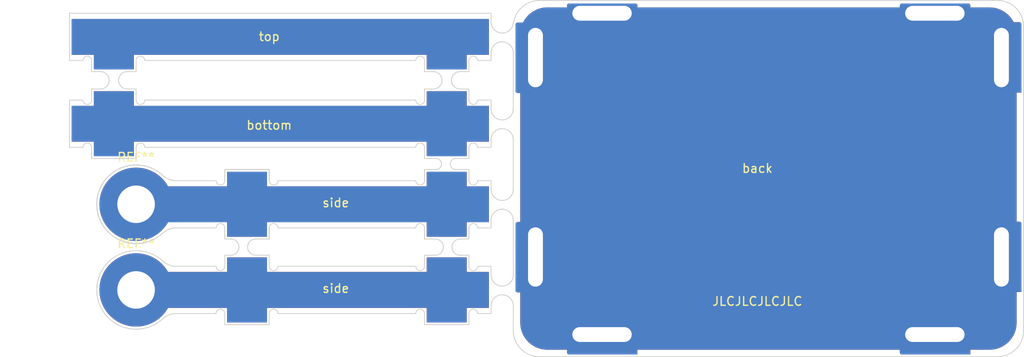
<source format=kicad_pcb>
(kicad_pcb (version 20211014) (generator pcbnew)
  (layers (0 "F.Cu" signal) (31 "B.Cu" signal) (34 "B.Paste" user) (35 "F.Paste" user) (36 "B.SilkS" user "B.Silkscreen") (37 "F.SilkS" user "F.Silkscreen") (38 "B.Mask" user) (39 "F.Mask" user) (44 "Edge.Cuts" user))
  (net 0 "")
  (footprint "MountingHole:MountingHole_2.2mm_M2_DIN965_Pad" (layer "F.Cu") (at 167.64 78.739999)
    (fp_text reference "REF**" hide)
    (fp_text value "MountingHole_2.2mm_M2_DIN965_Pad" hide)
  )
  (footprint "MountingHole:MountingHole_2.2mm_M2_DIN965_Pad" (layer "F.Cu") (at 213.36 87.629999 90)
    (fp_text reference "REF**" hide)
    (fp_text value "MountingHole_2.2mm_M2_DIN965_Pad" hide)
  )
  (footprint "MountingHole:MountingHole_2.2mm_M2_DIN965_Pad" (layer "F.Cu") (at 213.36 50.8 90)
    (fp_text reference "REF**" hide)
    (fp_text value "MountingHole_2.2mm_M2_DIN965_Pad" hide)
  )
  (footprint "MountingHole:MountingHole_4.3mm_M4_Pad_TopBottom" (layer "F.Cu") (at 121.92 72.695594)
    (fp_text reference "REF**")
    (fp_text value "MountingHole_4.3mm_M4_Pad_TopBottom")
  )
  (footprint "MountingHole:MountingHole_2.2mm_M2_DIN965_Pad" (layer "F.Cu") (at 175.26 87.629999 90)
    (fp_text reference "REF**" hide)
    (fp_text value "MountingHole_2.2mm_M2_DIN965_Pad" hide)
  )
  (footprint "MountingHole:MountingHole_2.2mm_M2_DIN965_Pad" (layer "F.Cu") (at 167.64 55.879999)
    (fp_text reference "REF**" hide)
    (fp_text value "MountingHole_2.2mm_M2_DIN965_Pad" hide)
  )
  (footprint "MountingHole:MountingHole_2.2mm_M2_DIN965_Pad" (layer "F.Cu") (at 220.98 78.739999)
    (fp_text reference "REF**" hide)
    (fp_text value "MountingHole_2.2mm_M2_DIN965_Pad" hide)
  )
  (footprint "MountingHole:MountingHole_4.3mm_M4_Pad_TopBottom" (layer "F.Cu") (at 121.92 82.516)
    (fp_text reference "REF**")
    (fp_text value "MountingHole_4.3mm_M4_Pad_TopBottom")
  )
  (footprint "MountingHole:MountingHole_2.2mm_M2_DIN965_Pad" (layer "F.Cu") (at 220.98 55.879999)
    (fp_text reference "REF**" hide)
    (fp_text value "MountingHole_2.2mm_M2_DIN965_Pad" hide)
  )
  (footprint "MountingHole:MountingHole_2.2mm_M2_DIN965_Pad" (layer "F.Cu") (at 175.26 50.8 90)
    (fp_text reference "REF**" hide)
    (fp_text value "MountingHole_2.2mm_M2_DIN965_Pad" hide)
  )
  (gr_rect (start 169 53.23) (end 219.62 86.27) (layer "F.Cu") (width 6.2) (fill solid))
  (gr_poly (pts (xy 223.014956 59.641085) (xy 223.014956 52.069999) (xy 218.24 52.069999) (xy 218.24 53.339999) (xy 218.24 58.419999) (xy 218.24 59.641085)) (layer "F.Cu") (width 0.5) (fill solid))
  (gr_poly (pts (xy 209.598914 54.704956) (xy 217.17 54.704956) (xy 217.17 49.93) (xy 215.9 49.93) (xy 210.82 49.93) (xy 209.598914 49.93)) (layer "F.Cu") (width 0.5) (fill solid))
  (gr_poly (pts (xy 165.605044 74.978913) (xy 165.605044 82.549999) (xy 170.38 82.549999) (xy 170.38 81.279999) (xy 170.38 76.199999) (xy 170.38 74.978913)) (layer "F.Cu") (width 0.5) (fill solid))
  (gr_poly (pts (xy 171.498914 54.704956) (xy 179.07 54.704956) (xy 179.07 49.93) (xy 177.8 49.93) (xy 172.72 49.93) (xy 171.498914 49.93)) (layer "F.Cu") (width 0.5) (fill solid))
  (gr_poly (pts (xy 155.24 61.455594) (xy 121.62 61.455594) (xy 121.62 59.785594) (xy 117.14 59.785594) (xy 117.14 61.455594) (xy 114.6 61.455594) (xy 114.6 65.475594) (xy 117.14 65.475594) (xy 117.14 67.145594) (xy 121.62 67.145594) (xy 121.62 65.475594) (xy 155.24 65.475594) (xy 155.24 67.145594) (xy 159.72 67.145594) (xy 159.72 65.475594) (xy 162.26 65.475594) (xy 162.26 61.455594) (xy 159.72 61.455594) (xy 159.72 59.785594) (xy 155.24 59.785594)) (layer "F.Cu") (width 0.1) (fill solid))
  (gr_poly (pts (xy 162.26 51.5) (xy 114.6 51.5) (xy 114.6 55.52) (xy 117.14 55.52) (xy 117.14 57.19) (xy 121.62 57.19) (xy 121.62 55.52) (xy 155.24 55.52) (xy 155.24 57.19) (xy 159.72 57.19) (xy 159.72 55.52) (xy 162.26 55.52)) (layer "F.Cu") (width 0.1) (fill solid))
  (gr_poly (pts (xy 171.498914 89.664955) (xy 179.07 89.664955) (xy 179.07 84.889999) (xy 177.8 84.889999) (xy 172.72 84.889999) (xy 171.498914 84.889999)) (layer "F.Cu") (width 0.5) (fill solid))
  (gr_poly (pts (xy 209.598914 89.664955) (xy 217.17 89.664955) (xy 217.17 84.889999) (xy 215.9 84.889999) (xy 210.82 84.889999) (xy 209.598914 84.889999)) (layer "F.Cu") (width 0.5) (fill solid))
  (gr_poly (pts (xy 165.605044 52.118913) (xy 165.605044 59.689999) (xy 170.38 59.689999) (xy 170.38 58.419999) (xy 170.38 53.339999) (xy 170.38 52.118913)) (layer "F.Cu") (width 0.5) (fill solid))
  (gr_poly (pts (xy 223.014956 82.501085) (xy 223.014956 74.929999) (xy 218.24 74.929999) (xy 218.24 76.199999) (xy 218.24 81.279999) (xy 218.24 82.501085)) (layer "F.Cu") (width 0.5) (fill solid))
  (gr_poly (pts (xy 132.38 70.685594) (xy 132.38 69.015594) (xy 136.86 69.015594) (xy 136.86 70.685594) (xy 155.24 70.685594) (xy 155.24 69.015594) (xy 159.72 69.015594) (xy 159.72 70.685594) (xy 162.26 70.685594) (xy 162.26 74.705594) (xy 159.72 74.705594) (xy 159.72 76.375594) (xy 155.24 76.375594) (xy 155.24 74.705594) (xy 136.86 74.705594) (xy 136.86 76.375594) (xy 132.38 76.375594) (xy 132.38 74.705594) (xy 124.4 74.705594) (xy 124.4 70.685594)) (layer "F.Cu") (width 0.1) (fill solid))
  (gr_poly (pts (xy 132.38 80.505594) (xy 132.38 78.835594) (xy 136.86 78.835594) (xy 136.86 80.505594) (xy 155.24 80.505594) (xy 155.24 78.835594) (xy 159.72 78.835594) (xy 159.72 80.505594) (xy 162.26 80.505594) (xy 162.26 84.525594) (xy 159.72 84.525594) (xy 159.72 86.195594) (xy 155.24 86.195594) (xy 155.24 84.525594) (xy 136.86 84.525594) (xy 136.86 86.195594) (xy 132.38 86.195594) (xy 132.38 84.525594) (xy 124.4 84.525594) (xy 124.4 80.505594)) (layer "F.Cu") (width 0.1) (fill solid))
  (gr_poly (pts (xy 171.498914 89.664955) (xy 179.07 89.664955) (xy 179.07 84.889999) (xy 177.8 84.889999) (xy 172.72 84.889999) (xy 171.498914 84.889999)) (layer "B.Cu") (width 0.5) (fill solid))
  (gr_poly (pts (xy 155.24 61.455594) (xy 121.62 61.455594) (xy 121.62 59.785594) (xy 117.14 59.785594) (xy 117.14 61.455594) (xy 114.6 61.455594) (xy 114.6 65.475594) (xy 117.14 65.475594) (xy 117.14 67.145594) (xy 121.62 67.145594) (xy 121.62 65.475594) (xy 155.24 65.475594) (xy 155.24 67.145594) (xy 159.72 67.145594) (xy 159.72 65.475594) (xy 162.26 65.475594) (xy 162.26 61.455594) (xy 159.72 61.455594) (xy 159.72 59.785594) (xy 155.24 59.785594)) (layer "B.Cu") (width 0.1) (fill solid))
  (gr_poly (pts (xy 162.26 51.5) (xy 114.6 51.5) (xy 114.6 55.52) (xy 117.14 55.52) (xy 117.14 57.19) (xy 121.62 57.19) (xy 121.62 55.52) (xy 155.24 55.52) (xy 155.24 57.19) (xy 159.72 57.19) (xy 159.72 55.52) (xy 162.26 55.52)) (layer "B.Cu") (width 0.1) (fill solid))
  (gr_poly (pts (xy 165.605044 74.978913) (xy 165.605044 82.549999) (xy 170.38 82.549999) (xy 170.38 81.279999) (xy 170.38 76.199999) (xy 170.38 74.978913)) (layer "B.Cu") (width 0.5) (fill solid))
  (gr_poly (pts (xy 171.498914 54.704956) (xy 179.07 54.704956) (xy 179.07 49.93) (xy 177.8 49.93) (xy 172.72 49.93) (xy 171.498914 49.93)) (layer "B.Cu") (width 0.5) (fill solid))
  (gr_poly (pts (xy 165.605044 52.118913) (xy 165.605044 59.689999) (xy 170.38 59.689999) (xy 170.38 58.419999) (xy 170.38 53.339999) (xy 170.38 52.118913)) (layer "B.Cu") (width 0.5) (fill solid))
  (gr_poly (pts (xy 209.598914 54.704956) (xy 217.17 54.704956) (xy 217.17 49.93) (xy 215.9 49.93) (xy 210.82 49.93) (xy 209.598914 49.93)) (layer "B.Cu") (width 0.5) (fill solid))
  (gr_poly (pts (xy 132.38 80.505594) (xy 132.38 78.835594) (xy 136.86 78.835594) (xy 136.86 80.505594) (xy 155.24 80.505594) (xy 155.24 78.835594) (xy 159.72 78.835594) (xy 159.72 80.505594) (xy 162.26 80.505594) (xy 162.26 84.525594) (xy 159.72 84.525594) (xy 159.72 86.195594) (xy 155.24 86.195594) (xy 155.24 84.525594) (xy 136.86 84.525594) (xy 136.86 86.195594) (xy 132.38 86.195594) (xy 132.38 84.525594) (xy 124.4 84.525594) (xy 124.4 80.505594)) (layer "B.Cu") (width 0.1) (fill solid))
  (gr_poly (pts (xy 223.014956 82.501085) (xy 223.014956 74.929999) (xy 218.24 74.929999) (xy 218.24 76.199999) (xy 218.24 81.279999) (xy 218.24 82.501085)) (layer "B.Cu") (width 0.5) (fill solid))
  (gr_poly (pts (xy 132.38 70.685594) (xy 132.38 69.015594) (xy 136.86 69.015594) (xy 136.86 70.685594) (xy 155.24 70.685594) (xy 155.24 69.015594) (xy 159.72 69.015594) (xy 159.72 70.685594) (xy 162.26 70.685594) (xy 162.26 74.705594) (xy 159.72 74.705594) (xy 159.72 76.375594) (xy 155.24 76.375594) (xy 155.24 74.705594) (xy 136.86 74.705594) (xy 136.86 76.375594) (xy 132.38 76.375594) (xy 132.38 74.705594) (xy 124.4 74.705594) (xy 124.4 70.685594)) (layer "B.Cu") (width 0.1) (fill solid))
  (gr_rect (start 169 53.23) (end 219.62 86.27) (layer "B.Cu") (width 6.2) (fill solid))
  (gr_poly (pts (xy 223.014956 59.641085) (xy 223.014956 52.069999) (xy 218.24 52.069999) (xy 218.24 53.339999) (xy 218.24 58.419999) (xy 218.24 59.641085)) (layer "B.Cu") (width 0.5) (fill solid))
  (gr_poly (pts (xy 209.598914 89.664955) (xy 217.17 89.664955) (xy 217.17 84.889999) (xy 215.9 84.889999) (xy 210.82 84.889999) (xy 209.598914 84.889999)) (layer "B.Cu") (width 0.5) (fill solid))
  (gr_line (start 162.56 50.8) (end 162.555149 51.8) (layer "Edge.Cuts") (width 0.1))
  (gr_line (start 156.328612 57.563529) (end 156.141647 57.505654) (layer "Edge.Cuts") (width 0.1))
  (gr_line (start 122.764117 77.120608) (end 123.161693 77.025892) (layer "Edge.Cuts") (width 0.1))
  (gr_line (start 125.54454 75.626232) (end 125.285547 75.770911) (layer "Edge.Cuts") (width 0.1))
  (gr_line (start 120.347672 59.311472) (end 120.518518 59.406955) (layer "Edge.Cuts") (width 0.1))
  (gr_line (start 164.934053 73.888169) (end 164.806593 73.706136) (layer "Edge.Cuts") (width 0.1))
  (gr_line (start 164.934053 71.623019) (end 165.027968 71.421619) (layer "Edge.Cuts") (width 0.1))
  (gr_line (start 158.552438 78.415434) (end 158.731031 78.494949) (layer "Edge.Cuts") (width 0.1))
  (gr_arc (start 126.25 69.985594) (mid 125.545473 69.762857) (end 124.934304 69.347594) (layer "Edge.Cuts") (width 0.1))
  (gr_line (start 163.393975 72.183562) (end 163.608624 72.241077) (layer "Edge.Cuts") (width 0.1))
  (gr_line (start 156.316863 68.716754) (end 154.94 68.715594) (layer "Edge.Cuts") (width 0.1))
  (gr_line (start 160.02 68.715594) (end 158.510025 68.715547) (layer "Edge.Cuts") (width 0.1))
  (gr_line (start 164.934053 62.393019) (end 165.027968 62.191619) (layer "Edge.Cuts") (width 0.1))
  (gr_line (start 153.94 69.985594) (end 138.16 69.985594) (layer "Edge.Cuts") (width 0.1))
  (gr_line (start 133.695123 77.605594) (end 133.674688 77.411171) (layer "Edge.Cuts") (width 0.1))
  (gr_line (start 162.555149 61.755594) (end 162.574517 61.97697) (layer "Edge.Cuts") (width 0.1))
  (gr_line (start 122.92 56.22) (end 153.94 56.22) (layer "Edge.Cuts") (width 0.1))
  (gr_line (start 120.704657 59.467435) (end 120.898998 59.490609) (layer "Edge.Cuts") (width 0.1))
  (gr_line (start 155.918998 59.490609) (end 156.114139 59.475594) (layer "Edge.Cuts") (width 0.1))
  (gr_line (start 165.326105 51.181015) (end 165.214901 51.498817) (layer "Edge.Cuts") (width 0.1))
  (gr_line (start 119.987593 58.857166) (end 120.077055 59.031241) (layer "Edge.Cuts") (width 0.1))
  (gr_line (start 162.574517 84.124218) (end 162.555149 84.345594) (layer "Edge.Cuts") (width 0.1))
  (gr_arc (start 126.25 79.806) (mid 125.545473 79.583263) (end 124.934304 79.168) (layer "Edge.Cuts") (width 0.1))
  (gr_line (start 164.467426 72.089647) (end 164.649458 71.962187) (layer "Edge.Cuts") (width 0.1))
  (gr_line (start 156.8712 67.928013) (end 156.816873 67.78424) (layer "Edge.Cuts") (width 0.1))
  (gr_line (start 121.230828 68.243816) (end 120.830189 68.324599) (layer "Edge.Cuts") (width 0.1))
  (gr_line (start 162.853407 73.706136) (end 162.725947 73.888169) (layer "Edge.Cuts") (width 0.1))
  (gr_line (start 222.520667 89.408748) (end 222.758748 89.170667) (layer "Edge.Cuts") (width 0.1))
  (gr_line (start 120.830189 68.324599) (end 120.438519 68.441361) (layer "Edge.Cuts") (width 0.1))
  (gr_line (start 122.045782 68.192543) (end 122.453387 68.222476) (layer "Edge.Cuts") (width 0.1))
  (gr_line (start 118.203023 70.150527) (end 118.448987 69.824122) (layer "Edge.Cuts") (width 0.1))
  (gr_line (start 165.085483 61.97697) (end 165.104851 61.755594) (layer "Edge.Cuts") (width 0.1))
  (gr_line (start 123.252108 78.212655) (end 122.856602 78.109634) (layer "Edge.Cuts") (width 0.1))
  (gr_arc (start 115.84 66.175594) (mid 116.34 65.675594) (end 116.84 66.175594) (layer "Edge.Cuts") (width 0.1))
  (gr_line (start 118.842829 58.488) (end 118.82373 58.293216) (layer "Edge.Cuts") (width 0.1))
  (gr_line (start 131.08 79.806) (end 126.25 79.806) (layer "Edge.Cuts") (width 0.1))
  (gr_line (start 165.027968 54.903975) (end 164.934053 54.702575) (layer "Edge.Cuts") (width 0.1))
  (gr_line (start 156.889664 68.080594) (end 156.8712 67.928013) (layer "Edge.Cuts") (width 0.1))
  (gr_line (start 124.360291 68.909004) (end 124.693436 69.145758) (layer "Edge.Cuts") (width 0.1))
  (gr_arc (start 154.94 69.985594) (mid 154.44 70.485594) (end 153.94 69.985594) (layer "Edge.Cuts") (width 0.1))
  (gr_line (start 167.931652 90.167719) (end 168.1 90.17) (layer "Edge.Cuts") (width 0.1))
  (gr_line (start 133.227562 78.415434) (end 133.385719 78.300526) (layer "Edge.Cuts") (width 0.1))
  (gr_line (start 165.027968 64.859569) (end 164.934053 64.658169) (layer "Edge.Cuts") (width 0.1))
  (gr_line (start 126.25 75.405608) (end 131.08 75.405594) (layer "Edge.Cuts") (width 0.1))
  (gr_line (start 159.027001 57.485195) (end 160.02 57.49) (layer "Edge.Cuts") (width 0.1))
  (gr_line (start 154.94 57.49) (end 155.947001 57.485195) (layer "Edge.Cuts") (width 0.1))
  (gr_line (start 165.085483 55.118624) (end 165.027968 54.903975) (layer "Edge.Cuts") (width 0.1))
  (gr_line (start 158.804657 59.467435) (end 158.998998 59.490609) (layer "Edge.Cuts") (width 0.1))
  (gr_line (start 164.806593 64.476136) (end 164.649458 64.319001) (layer "Edge.Cuts") (width 0.1))
  (gr_line (start 126.10391 69.959739) (end 126.25 69.985594) (layer "Edge.Cuts") (width 0.1))
  (gr_line (start 122.453387 78.042882) (end 122.045782 78.012949) (layer "Edge.Cuts") (width 0.1))
  (gr_line (start 124.280455 86.352865) (end 124.618486 86.12314) (layer "Edge.Cuts") (width 0.1))
  (gr_line (start 158.832089 57.502934) (end 158.644334 57.558193) (layer "Edge.Cuts") (width 0.1))
  (gr_line (start 221.351183 90.055099) (end 221.668985 89.943895) (layer "Edge.Cuts") (width 0.1))
  (gr_line (start 134.765723 77.225245) (end 134.705312 77.411171) (layer "Edge.Cuts") (width 0.1))
  (gr_line (start 122.045782 68.192543) (end 121.637141 68.199676) (layer "Edge.Cuts") (width 0.1))
  (gr_line (start 164.467426 83.241541) (end 164.266025 83.147626) (layer "Edge.Cuts") (width 0.1))
  (gr_line (start 119.272141 86.160465) (end 119.613346 86.385449) (layer "Edge.Cuts") (width 0.1))
  (gr_line (start 124.693436 78.966164) (end 124.360291 78.72941) (layer "Edge.Cuts") (width 0.1))
  (gr_line (start 156.917908 58.710175) (end 156.942438 58.516001) (layer "Edge.Cuts") (width 0.1))
  (gr_line (start 123.161693 86.846298) (end 123.549049 86.715939) (layer "Edge.Cuts") (width 0.1))
  (gr_line (start 156.163188 68.71434) (end 156.316863 68.716754) (layer "Edge.Cuts") (width 0.1))
  (gr_line (start 163.83 63.030445) (end 164.051376 63.011077) (layer "Edge.Cuts") (width 0.1))
  (gr_line (start 163.010542 52.776593) (end 163.192574 52.904053) (layer "Edge.Cuts") (width 0.1))
  (gr_line (start 120.059044 68.59314) (end 120.438519 68.441361) (layer "Edge.Cuts") (width 0.1))
  (gr_line (start 162.632032 62.191619) (end 162.725947 62.393019) (layer "Edge.Cuts") (width 0.1))
  (gr_line (start 124.360291 78.72941) (end 124.007059 78.523824) (layer "Edge.Cuts") (width 0.1))
  (gr_line (start 158.447672 59.311472) (end 158.618518 59.406955) (layer "Edge.Cuts") (width 0.1))
  (gr_line (start 222.257427 49.881325) (end 221.972338 49.702192) (layer "Edge.Cuts") (width 0.1))
  (gr_line (start 126.25 75.405608) (end 126.103918 75.431433) (layer "Edge.Cuts") (width 0.1))
  (gr_line (start 125.045067 69.446297) (end 125.285523 69.620097) (layer "Edge.Cuts") (width 0.1))
  (gr_line (start 158.297031 67.481048) (end 158.160455 67.55154) (layer "Edge.Cuts") (width 0.1))
  (gr_line (start 163.83 73.250743) (end 163.608624 73.270111) (layer "Edge.Cuts") (width 0.1))
  (gr_line (start 156.651578 57.781372) (end 156.500775 57.656617) (layer "Edge.Cuts") (width 0.1))
  (gr_line (start 162.853407 64.476136) (end 162.725947 64.658169) (layer "Edge.Cuts") (width 0.1))
  (gr_line (start 135.152439 76.795754) (end 134.994281 76.910662) (layer "Edge.Cuts") (width 0.1))
  (gr_line (start 133.614277 77.225245) (end 133.51653 77.055942) (layer "Edge.Cuts") (width 0.1))
  (gr_line (start 223.405099 88.001183) (end 223.480021 87.672928) (layer "Edge.Cuts") (width 0.1))
  (gr_line (start 135.522253 76.675594) (end 135.331031 76.716239) (layer "Edge.Cuts") (width 0.1))
  (gr_arc (start 137.16 85.226) (mid 137.66 84.726) (end 138.16 85.226) (layer "Edge.Cuts") (width 0.1))
  (gr_line (start 163.010542 71.962187) (end 163.192574 72.089647) (layer "Edge.Cuts") (width 0.1))
  (gr_arc (start 153.94 66.175594) (mid 154.44 65.675594) (end 154.94 66.175594) (layer "Edge.Cuts") (width 0.1))
  (gr_line (start 165.326105 88.318985) (end 165.472192 88.622338) (layer "Edge.Cuts") (width 0.1))
  (gr_line (start 117.767184 84.261683) (end 117.942492 84.630879) (layer "Edge.Cuts") (width 0.1))
  (gr_line (start 163.608624 73.270111) (end 163.393975 73.327626) (layer "Edge.Cuts") (width 0.1))
  (gr_line (start 132.08 68.715594) (end 137.16 68.715594) (layer "Edge.Cuts") (width 0.1))
  (gr_line (start 120.34975 76.917868) (end 120.738888 77.042807) (layer "Edge.Cuts") (width 0.1))
  (gr_line (start 120.738888 86.863213) (end 121.137748 86.952369) (layer "Edge.Cuts") (width 0.1))
  (gr_line (start 153.94 75.405594) (end 138.16 75.405594) (layer "Edge.Cuts") (width 0.1))
  (gr_line (start 165.214901 51.498817) (end 165.139979 51.827072) (layer "Edge.Cuts") (width 0.1))
  (gr_line (start 162.725947 73.888169) (end 162.632032 74.089569) (layer "Edge.Cuts") (width 0.1))
  (gr_arc (start 153.94 56.22) (mid 154.44 55.72) (end 154.94 56.22) (layer "Edge.Cuts") (width 0.1))
  (gr_arc (start 160.02 85.226) (mid 160.52 84.726) (end 161.02 85.226) (layer "Edge.Cuts") (width 0.1))
  (gr_line (start 118.723521 69.521353) (end 119.024366 69.244712) (layer "Edge.Cuts") (width 0.1))
  (gr_line (start 167.597072 49.369979) (end 167.268817 49.444901) (layer "Edge.Cuts") (width 0.1))
  (gr_line (start 114.3 56.22) (end 115.84 56.22) (layer "Edge.Cuts") (width 0.1))
  (gr_line (start 134.994281 76.910662) (end 134.86347 77.055942) (layer "Edge.Cuts") (width 0.1))
  (gr_line (start 162.632032 52.236025) (end 162.725947 52.437425) (layer "Edge.Cuts") (width 0.1))
  (gr_line (start 117.463519 72.037518) (end 117.541503 71.636324) (layer "Edge.Cuts") (width 0.1))
  (gr_arc (start 153.94 85.226) (mid 154.44 84.726) (end 154.94 85.226) (layer "Edge.Cuts") (width 0.1))
  (gr_line (start 163.608624 64.040111) (end 163.393975 64.097626) (layer "Edge.Cuts") (width 0.1))
  (gr_line (start 158.098264 58.092944) (end 158.039085 58.2795) (layer "Edge.Cuts") (width 0.1))
  (gr_line (start 135.152438 78.415434) (end 135.331031 78.494949) (layer "Edge.Cuts") (width 0.1))
  (gr_line (start 153.94 60.755594) (end 122.92 60.755594) (layer "Edge.Cuts") (width 0.1))
  (gr_line (start 117.804654 70.863324) (end 117.987655 70.49788) (layer "Edge.Cuts") (width 0.1))
  (gr_line (start 164.467426 73.421541) (end 164.266025 73.327626) (layer "Edge.Cuts") (width 0.1))
  (gr_line (start 134.86347 77.055942) (end 134.765723 77.225245) (layer "Edge.Cuts") (width 0.1))
  (gr_line (start 122.359592 77.178901) (end 122.764117 77.120608) (layer "Edge.Cuts") (width 0.1))
  (gr_line (start 137.16 75.405594) (end 137.16 76.675594) (layer "Edge.Cuts") (width 0.1))
  (gr_line (start 158.644334 57.558193) (end 158.470888 57.648868) (layer "Edge.Cuts") (width 0.1))
  (gr_line (start 165.651325 50.592573) (end 165.472192 50.877662) (layer "Edge.Cuts") (width 0.1))
  (gr_line (start 162.56 75.405594) (end 162.555149 74.525594) (layer "Edge.Cuts") (width 0.1))
  (gr_line (start 162.555149 70.985594) (end 162.56 69.985594) (layer "Edge.Cuts") (width 0.1))
  (gr_line (start 120.218357 57.771506) (end 120.092552 57.921435) (layer "Edge.Cuts") (width 0.1))
  (gr_line (start 119.272141 76.340059) (end 118.952731 76.085078) (layer "Edge.Cuts") (width 0.1))
  (gr_line (start 134.765723 77.985943) (end 134.86347 78.155246) (layer "Edge.Cuts") (width 0.1))
  (gr_line (start 117.767184 74.441277) (end 117.62606 74.057712) (layer "Edge.Cuts") (width 0.1))
  (gr_line (start 117.62606 74.057712) (end 117.767184 74.441277) (layer "Edge.Cuts") (width 0.1))
  (gr_line (start 121.543047 77.184602) (end 121.951449 77.200291) (layer "Edge.Cuts") (width 0.1))
  (gr_arc (start 160.02 75.405594) (mid 160.52 74.905594) (end 161.02 75.405594) (layer "Edge.Cuts") (width 0.1))
  (gr_line (start 131.08 69.985594) (end 126.25 69.985594) (layer "Edge.Cuts") (width 0.1))
  (gr_line (start 165.085483 81.02697) (end 165.104851 80.805594) (layer "Edge.Cuts") (width 0.1))
  (gr_line (start 132.08 78.536) (end 132.08 79.806) (layer "Edge.Cuts") (width 0.1))
  (gr_line (start 157.095123 77.605594) (end 157.074688 77.411171) (layer "Edge.Cuts") (width 0.1))
  (gr_line (start 158.039085 58.2795) (end 158.017269 58.473998) (layer "Edge.Cuts") (width 0.1))
  (gr_line (start 160.02 67.445594) (end 160.02 66.175594) (layer "Edge.Cuts") (width 0.1))
  (gr_line (start 163.010542 64.319001) (end 162.853407 64.476136) (layer "Edge.Cuts") (width 0.1))
  (gr_line (start 162.56 85.226) (end 162.555149 84.345594) (layer "Edge.Cuts") (width 0.1))
  (gr_line (start 162.555149 80.805594) (end 162.56 79.806) (layer "Edge.Cuts") (width 0.1))
  (gr_line (start 167.931652 49.332281) (end 167.597072 49.369979) (layer "Edge.Cuts") (width 0.1))
  (gr_line (start 165.104851 55.34) (end 165.085483 55.118624) (layer "Edge.Cuts") (width 0.1))
  (gr_line (start 135.717747 76.675594) (end 135.522253 76.675594) (layer "Edge.Cuts") (width 0.1))
  (gr_line (start 122.045782 78.012949) (end 121.637141 78.020082) (layer "Edge.Cuts") (width 0.1))
  (gr_line (start 118.203023 70.150527) (end 117.987655 70.49788) (layer "Edge.Cuts") (width 0.1))
  (gr_line (start 160.02 86.496) (end 160.02 85.226) (layer "Edge.Cuts") (width 0.1))
  (gr_line (start 134.994281 78.300526) (end 135.152438 78.415434) (layer "Edge.Cuts") (width 0.1))
  (gr_line (start 114.3 66.175594) (end 115.84 66.175594) (layer "Edge.Cuts") (width 0.1))
  (gr_line (start 165.027968 52.236025) (end 165.085483 52.021376) (layer "Edge.Cuts") (width 0.1))
  (gr_line (start 117.417937 82.673215) (end 117.450715 83.080602) (layer "Edge.Cuts") (width 0.1))
  (gr_line (start 125.818563 75.512561) (end 125.54454 75.626232) (layer "Edge.Cuts") (width 0.1))
  (gr_line (start 164.649458 73.549001) (end 164.467426 73.421541) (layer "Edge.Cuts") (width 0.1))
  (gr_arc (start 121.92 66.175594) (mid 122.42 65.675594) (end 122.92 66.175594) (layer "Edge.Cuts") (width 0.1))
  (gr_line (start 118.448987 79.644528) (end 118.203023 79.970933) (layer "Edge.Cuts") (width 0.1))
  (gr_line (start 156.816873 67.78424) (end 156.729819 67.657577) (layer "Edge.Cuts") (width 0.1))
  (gr_line (start 116.84 59.485594) (end 116.84 60.755594) (layer "Edge.Cuts") (width 0.1))
  (gr_line (start 156.759457 59.066063) (end 156.85613 58.895887) (layer "Edge.Cuts") (width 0.1))
  (gr_line (start 121.951449 77.200291) (end 122.359592 77.178901) (layer "Edge.Cuts") (width 0.1))
  (gr_line (start 220.688348 49.332281) (end 220.52 49.33) (layer "Edge.Cuts") (width 0.1))
  (gr_line (start 162.56 60.755594) (end 161.02 60.755594) (layer "Edge.Cuts") (width 0.1))
  (gr_line (start 163.010542 81.782187) (end 163.192574 81.909647) (layer "Edge.Cuts") (width 0.1))
  (gr_line (start 164.806593 73.706136) (end 164.649458 73.549001) (layer "Edge.Cuts") (width 0.1))
  (gr_line (start 156.466678 68.682442) (end 156.603985 68.613384) (layer "Edge.Cuts") (width 0.1))
  (gr_line (start 164.649458 52.776593) (end 164.806593 52.619458) (layer "Edge.Cuts") (width 0.1))
  (gr_line (start 118.952731 76.085078) (end 118.657746 75.802197) (layer "Edge.Cuts") (width 0.1))
  (gr_line (start 163.192575 64.191541) (end 163.010542 64.319001) (layer "Edge.Cuts") (width 0.1))
  (gr_line (start 117.655528 71.243849) (end 117.804654 70.863324) (layer "Edge.Cuts") (width 0.1))
  (gr_line (start 164.934053 81.443019) (end 165.027968 81.241619) (layer "Edge.Cuts") (width 0.1))
  (gr_line (start 163.393975 73.327626) (end 163.192575 73.421541) (layer "Edge.Cuts") (width 0.1))
  (gr_line (start 165.027968 62.191619) (end 165.085483 61.97697) (layer "Edge.Cuts") (width 0.1))
  (gr_line (start 158.298625 59.184624) (end 158.447672 59.311472) (layer "Edge.Cuts") (width 0.1))
  (gr_line (start 156.603985 68.613384) (end 156.720855 68.513567) (layer "Edge.Cuts") (width 0.1))
  (gr_line (start 222.758748 89.170667) (end 222.968675 88.907427) (layer "Edge.Cuts") (width 0.1))
  (gr_arc (start 154.94 79.806) (mid 154.44 80.306) (end 153.94 79.806) (layer "Edge.Cuts") (width 0.1))
  (gr_line (start 118.150538 84.982667) (end 118.389612 85.314151) (layer "Edge.Cuts") (width 0.1))
  (gr_line (start 158.600171 67.445974) (end 158.446479 67.445169) (layer "Edge.Cuts") (width 0.1))
  (gr_line (start 162.853407 54.520542) (end 162.725947 54.702575) (layer "Edge.Cuts") (width 0.1))
  (gr_line (start 118.659457 59.066063) (end 118.75613 58.895887) (layer "Edge.Cuts") (width 0.1))
  (gr_line (start 122.764117 86.941014) (end 123.161693 86.846298) (layer "Edge.Cuts") (width 0.1))
  (gr_line (start 163.393975 83.147626) (end 163.192575 83.241541) (layer "Edge.Cuts") (width 0.1))
  (gr_line (start 223.480021 51.827072) (end 223.405099 51.498817) (layer "Edge.Cuts") (width 0.1))
  (gr_line (start 120.927001 57.485195) (end 121.92 57.49) (layer "Edge.Cuts") (width 0.1))
  (gr_line (start 116.84 57.49) (end 117.847001 57.485195) (layer "Edge.Cuts") (width 0.1))
  (gr_line (start 162.632032 54.903975) (end 162.574517 55.118624) (layer "Edge.Cuts") (width 0.1))
  (gr_line (start 118.817908 58.710175) (end 118.842438 58.516001) (layer "Edge.Cuts") (width 0.1))
  (gr_line (start 164.806593 71.805052) (end 164.934053 71.623019) (layer "Edge.Cuts") (width 0.1))
  (gr_line (start 167.268817 90.055099) (end 167.597072 90.130021) (layer "Edge.Cuts") (width 0.1))
  (gr_line (start 163.010542 54.363407) (end 162.853407 54.520542) (layer "Edge.Cuts") (width 0.1))
  (gr_line (start 132.08 86.496) (end 137.16 86.496) (layer "Edge.Cuts") (width 0.1))
  (gr_arc (start 121.92 56.22) (mid 122.42 55.72) (end 122.92 56.22) (layer "Edge.Cuts") (width 0.1))
  (gr_line (start 223.517719 87.338348) (end 223.52 87.17) (layer "Edge.Cuts") (width 0.1))
  (gr_line (start 163.393975 82.003562) (end 163.608624 82.061077) (layer "Edge.Cuts") (width 0.1))
  (gr_line (start 156.785719 76.910662) (end 156.627562 76.795754) (layer "Edge.Cuts") (width 0.1))
  (gr_line (start 123.549049 86.715939) (end 123.922996 86.551009) (layer "Edge.Cuts") (width 0.1))
  (gr_line (start 117.52028 73.662935) (end 117.450715 73.260196) (layer "Edge.Cuts") (width 0.1))
  (gr_line (start 133.048969 78.494949) (end 133.227562 78.415434) (layer "Edge.Cuts") (width 0.1))
  (gr_line (start 220.52 90.17) (end 220.688348 90.167719) (layer "Edge.Cuts") (width 0.1))
  (gr_line (start 123.922996 76.730603) (end 123.549049 76.895533) (layer "Edge.Cuts") (width 0.1))
  (gr_line (start 221.972338 89.797808) (end 222.257427 89.618675) (layer "Edge.Cuts") (width 0.1))
  (gr_line (start 164.649458 62.732187) (end 164.806593 62.575052) (layer "Edge.Cuts") (width 0.1))
  (gr_line (start 164.051376 54.084517) (end 163.83 54.065149) (layer "Edge.Cuts") (width 0.1))
  (gr_line (start 160.02 76.675594) (end 160.02 75.405594) (layer "Edge.Cuts") (width 0.1))
  (gr_line (start 154.94 69.985594) (end 154.94 68.715594) (layer "Edge.Cuts") (width 0.1))
  (gr_line (start 158.033646 58.66903) (end 158.087593 58.857166) (layer "Edge.Cuts") (width 0.1))
  (gr_line (start 166.362573 49.881325) (end 166.099333 50.091252) (layer "Edge.Cuts") (width 0.1))
  (gr_line (start 164.649458 83.369001) (end 164.467426 83.241541) (layer "Edge.Cuts") (width 0.1))
  (gr_line (start 119.613346 76.565043) (end 119.272141 76.340059) (layer "Edge.Cuts") (width 0.1))
  (gr_arc (start 124.934304 85.863724) (mid 125.545501 85.448621) (end 126.25 85.226014) (layer "Edge.Cuts") (width 0.1))
  (gr_line (start 117.422217 72.444129) (end 117.417937 72.852809) (layer "Edge.Cuts") (width 0.1))
  (gr_line (start 158.552439 76.795754) (end 158.394281 76.910662) (layer "Edge.Cuts") (width 0.1))
  (gr_line (start 162.632032 64.859569) (end 162.574517 65.074218) (layer "Edge.Cuts") (width 0.1))
  (gr_line (start 137.16 68.715594) (end 132.08 68.715594) (layer "Edge.Cuts") (width 0.1))
  (gr_line (start 120.092552 57.921435) (end 119.998264 58.092944) (layer "Edge.Cuts") (width 0.1))
  (gr_line (start 162.574517 74.304218) (end 162.555149 74.525594) (layer "Edge.Cuts") (width 0.1))
  (gr_line (start 221.668985 49.556105) (end 221.351183 49.444901) (layer "Edge.Cuts") (width 0.1))
  (gr_line (start 162.56 69.985594) (end 161.02 69.985594) (layer "Edge.Cuts") (width 0.1))
  (gr_line (start 117.541503 71.636324) (end 117.463519 72.037518) (layer "Edge.Cuts") (width 0.1))
  (gr_line (start 163.192575 54.235947) (end 163.010542 54.363407) (layer "Edge.Cuts") (width 0.1))
  (gr_line (start 163.393975 64.097626) (end 163.192575 64.191541) (layer "Edge.Cuts") (width 0.1))
  (gr_line (start 123.161693 77.025892) (end 123.549049 76.895533) (layer "Edge.Cuts") (width 0.1))
  (gr_arc (start 160.02 66.175594) (mid 160.52 65.675594) (end 161.02 66.175594) (layer "Edge.Cuts") (width 0.1))
  (gr_line (start 162.853407 81.625052) (end 163.010542 81.782187) (layer "Edge.Cuts") (width 0.1))
  (gr_line (start 156.500775 57.656617) (end 156.328612 57.563529) (layer "Edge.Cuts") (width 0.1))
  (gr_line (start 120.518518 59.406955) (end 120.704657 59.467435) (layer "Edge.Cuts") (width 0.1))
  (gr_line (start 163.83 53.074851) (end 164.051376 53.055483) (layer "Edge.Cuts") (width 0.1))
  (gr_line (start 162.555149 61.755594) (end 162.56 60.755594) (layer "Edge.Cuts") (width 0.1))
  (gr_line (start 118.551578 57.781372) (end 118.400775 57.656617) (layer "Edge.Cuts") (width 0.1))
  (gr_line (start 117.450715 73.260196) (end 117.417937 72.852809) (layer "Edge.Cuts") (width 0.1))
  (gr_line (start 132.08 76.675594) (end 132.08 75.405594) (layer "Edge.Cuts") (width 0.1))
  (gr_line (start 124.618486 76.302734) (end 124.934304 76.043318) (layer "Edge.Cuts") (width 0.1))
  (gr_line (start 122.359592 77.178901) (end 121.951449 77.200291) (layer "Edge.Cuts") (width 0.1))
  (gr_line (start 154.94 59.485594) (end 154.94 60.755594) (layer "Edge.Cuts") (width 0.1))
  (gr_line (start 119.349046 68.996475) (end 119.024366 69.244712) (layer "Edge.Cuts") (width 0.1))
  (gr_line (start 118.952731 85.905484) (end 119.272141 86.160465) (layer "Edge.Cuts") (width 0.1))
  (gr_line (start 119.024366 69.244712) (end 119.349046 68.996475) (layer "Edge.Cuts") (width 0.1))
  (gr_line (start 117.804654 70.863324) (end 117.655528 71.243849) (layer "Edge.Cuts") (width 0.1))
  (gr_line (start 164.051376 63.011077) (end 164.266025 62.953562) (layer "Edge.Cuts") (width 0.1))
  (gr_line (start 162.725947 83.708169) (end 162.632032 83.909569) (layer "Edge.Cuts") (width 0.1))
  (gr_line (start 133.385719 78.300526) (end 133.51653 78.155246) (layer "Edge.Cuts") (width 0.1))
  (gr_line (start 168.1 90.17) (end 220.52 90.17) (layer "Edge.Cuts") (width 0.1))
  (gr_line (start 156.91653 78.155246) (end 157.014277 77.985943) (layer "Edge.Cuts") (width 0.1))
  (gr_line (start 164.266025 72.183562) (end 164.467426 72.089647) (layer "Edge.Cuts") (width 0.1))
  (gr_line (start 158.26347 78.155246) (end 158.394281 78.300526) (layer "Edge.Cuts") (width 0.1))
  (gr_line (start 124.280455 76.532459) (end 123.922996 76.730603) (layer "Edge.Cuts") (width 0.1))
  (gr_line (start 166.951015 89.943895) (end 167.268817 90.055099) (layer "Edge.Cuts") (width 0.1))
  (gr_arc (start 115.84 56.22) (mid 116.34 55.72) (end 116.84 56.22) (layer "Edge.Cuts") (width 0.1))
  (gr_line (start 158.618518 59.406955) (end 158.804657 59.467435) (layer "Edge.Cuts") (width 0.1))
  (gr_line (start 121.637141 68.199676) (end 121.230828 68.243816) (layer "Edge.Cuts") (width 0.1))
  (gr_line (start 162.574517 81.02697) (end 162.632032 81.241619) (layer "Edge.Cuts") (width 0.1))
  (gr_line (start 164.806593 54.520542) (end 164.649458 54.363407) (layer "Edge.Cuts") (width 0.1))
  (gr_arc (start 137.16 75.405594) (mid 137.66 74.905594) (end 138.16 75.405594) (layer "Edge.Cuts") (width 0.1))
  (gr_line (start 164.806593 83.526136) (end 164.649458 83.369001) (layer "Edge.Cuts") (width 0.1))
  (gr_line (start 120.738888 77.042807) (end 120.34975 76.917868) (layer "Edge.Cuts") (width 0.1))
  (gr_line (start 119.349046 68.996475) (end 119.694887 68.778687) (layer "Edge.Cuts") (width 0.1))
  (gr_arc (start 161.02 60.755594) (mid 160.52 61.255594) (end 160.02 60.755594) (layer "Edge.Cuts") (width 0.1))
  (gr_arc (start 122.92 60.755594) (mid 122.42 61.255594) (end 121.92 60.755594) (layer "Edge.Cuts") (width 0.1))
  (gr_line (start 165.214901 88.001183) (end 165.326105 88.318985) (layer "Edge.Cuts") (width 0.1))
  (gr_line (start 121.230828 68.243816) (end 121.637141 68.199676) (layer "Edge.Cuts") (width 0.1))
  (gr_line (start 163.83 72.260445) (end 164.051376 72.241077) (layer "Edge.Cuts") (width 0.1))
  (gr_line (start 122.359592 86.999307) (end 122.764117 86.941014) (layer "Edge.Cuts") (width 0.1))
  (gr_line (start 158.087593 58.857166) (end 158.177055 59.031241) (layer "Edge.Cuts") (width 0.1))
  (gr_line (start 158.318357 57.771506) (end 158.192552 57.921435) (layer "Edge.Cuts") (width 0.1))
  (gr_line (start 165.861252 50.329333) (end 165.651325 50.592573) (layer "Edge.Cuts") (width 0.1))
  (gr_line (start 164.806593 81.625052) (end 164.934053 81.443019) (layer "Edge.Cuts") (width 0.1))
  (gr_line (start 165.085483 84.124218) (end 165.027968 83.909569) (layer "Edge.Cuts") (width 0.1))
  (gr_line (start 119.917269 58.473998) (end 119.933646 58.66903) (layer "Edge.Cuts") (width 0.1))
  (gr_line (start 119.973537 76.758175) (end 120.34975 76.917868) (layer "Edge.Cuts") (width 0.1))
  (gr_line (start 121.637141 78.020082) (end 121.230828 78.064222) (layer "Edge.Cuts") (width 0.1))
  (gr_line (start 118.150538 75.162261) (end 117.942492 74.810473) (layer "Edge.Cuts") (width 0.1))
  (gr_line (start 117.987655 80.318286) (end 117.804654 80.68373) (layer "Edge.Cuts") (width 0.1))
  (gr_arc (start 153.94 75.405594) (mid 154.44 74.905594) (end 154.94 75.405594) (layer "Edge.Cuts") (width 0.1))
  (gr_arc (start 116.84 60.755594) (mid 116.34 61.255594) (end 115.84 60.755594) (layer "Edge.Cuts") (width 0.1))
  (gr_line (start 154.94 56.22) (end 154.94 57.49) (layer "Edge.Cuts") (width 0.1))
  (gr_line (start 163.010542 62.732187) (end 163.192574 62.859647) (layer "Edge.Cuts") (width 0.1))
  (gr_line (start 116.84 67.445594) (end 121.92 67.445594) (layer "Edge.Cuts") (width 0.1))
  (gr_line (start 126.25 85.226014) (end 131.08 85.226) (layer "Edge.Cuts") (width 0.1))
  (gr_line (start 117.52028 83.483341) (end 117.62606 83.878118) (layer "Edge.Cuts") (width 0.1))
  (gr_line (start 118.53157 59.214221) (end 118.659457 59.066063) (layer "Edge.Cuts") (width 0.1))
  (gr_line (start 124.934304 69.347594) (end 124.693436 69.145758) (layer "Edge.Cuts") (width 0.1))
  (gr_line (start 165.085483 65.074218) (end 165.027968 64.859569) (layer "Edge.Cuts") (width 0.1))
  (gr_line (start 132.857747 78.535594) (end 132.08 78.536) (layer "Edge.Cuts") (width 0.1))
  (gr_line (start 137.16 78.536) (end 135.522253 78.535594) (layer "Edge.Cuts") (width 0.1))
  (gr_line (start 163.393975 52.997968) (end 163.608624 53.055483) (layer "Edge.Cuts") (width 0.1))
  (gr_line (start 121.951449 87.020697) (end 122.359592 86.999307) (layer "Edge.Cuts") (width 0.1))
  (gr_line (start 221.972338 49.702192) (end 221.668985 49.556105) (layer "Edge.Cuts") (width 0.1))
  (gr_line (start 165.651325 88.907427) (end 165.861252 89.170667) (layer "Edge.Cuts") (width 0.1))
  (gr_line (start 162.725947 64.658169) (end 162.632032 64.859569) (layer "Edge.Cuts") (width 0.1))
  (gr_line (start 117.942492 74.810473) (end 118.150538 75.162261) (layer "Edge.Cuts") (width 0.1))
  (gr_line (start 154.94 66.175594) (end 154.94 67.445594) (layer "Edge.Cuts") (width 0.1))
  (gr_line (start 125.818541 69.878562) (end 126.10391 69.959739) (layer "Edge.Cuts") (width 0.1))
  (gr_line (start 158.394281 76.910662) (end 158.26347 77.055942) (layer "Edge.Cuts") (width 0.1))
  (gr_line (start 156.330171 67.445974) (end 156.176479 67.445169) (layer "Edge.Cuts") (width 0.1))
  (gr_line (start 164.266025 62.953562) (end 164.467426 62.859647) (layer "Edge.Cuts") (width 0.1))
  (gr_line (start 117.417937 72.852809) (end 117.450715 73.260196) (layer "Edge.Cuts") (width 0.1))
  (gr_line (start 119.694887 68.778687) (end 119.349046 68.996475) (layer "Edge.Cuts") (width 0.1))
  (gr_line (start 120.927001 57.485195) (end 120.732089 57.502934) (layer "Edge.Cuts") (width 0.1))
  (gr_line (start 123.549049 76.895533) (end 123.161693 77.025892) (layer "Edge.Cuts") (width 0.1))
  (gr_line (start 156.114139 59.475594) (end 156.302648 59.422961) (layer "Edge.Cuts") (width 0.1))
  (gr_line (start 119.024366 69.244712) (end 118.723521 69.521353) (layer "Edge.Cuts") (width 0.1))
  (gr_line (start 156.257747 78.535594) (end 156.448969 78.494949) (layer "Edge.Cuts") (width 0.1))
  (gr_line (start 122.856602 68.289228) (end 123.252108 68.392249) (layer "Edge.Cuts") (width 0.1))
  (gr_line (start 119.613346 86.385449) (end 119.973537 86.578581) (layer "Edge.Cuts") (width 0.1))
  (gr_line (start 157.074688 77.411171) (end 157.014277 77.225245) (layer "Edge.Cuts") (width 0.1))
  (gr_line (start 223.293895 88.318985) (end 223.405099 88.001183) (layer "Edge.Cuts") (width 0.1))
  (gr_line (start 135.331031 78.494949) (end 135.522253 78.535594) (layer "Edge.Cuts") (width 0.1))
  (gr_line (start 156.867162 58.105852) (end 156.775278 57.933043) (layer "Edge.Cuts") (width 0.1))
  (gr_line (start 133.51653 78.155246) (end 133.614277 77.985943) (layer "Edge.Cuts") (width 0.1))
  (gr_line (start 156.942829 58.488) (end 156.92373 58.293216) (layer "Edge.Cuts") (width 0.1))
  (gr_line (start 118.389612 75.493745) (end 118.657746 75.802197) (layer "Edge.Cuts") (width 0.1))
  (gr_line (start 137.16 76.675594) (end 137.16 75.405594) (layer "Edge.Cuts") (width 0.1))
  (gr_line (start 156.942438 58.516001) (end 156.942829 58.488) (layer "Edge.Cuts") (width 0.1))
  (gr_line (start 163.192574 52.904053) (end 163.393975 52.997968) (layer "Edge.Cuts") (width 0.1))
  (gr_line (start 162.555149 80.805594) (end 162.574517 81.02697) (layer "Edge.Cuts") (width 0.1))
  (gr_line (start 118.377343 59.334717) (end 118.53157 59.214221) (layer "Edge.Cuts") (width 0.1))
  (gr_line (start 160.02 60.755594) (end 160.02 59.485594) (layer "Edge.Cuts") (width 0.1))
  (gr_line (start 154.94 86.496) (end 160.02 86.496) (layer "Edge.Cuts") (width 0.1))
  (gr_line (start 160.02 68.715594) (end 160.02 69.985594) (layer "Edge.Cuts") (width 0.1))
  (gr_arc (start 132.08 69.985594) (mid 131.58 70.485594) (end 131.08 69.985594) (layer "Edge.Cuts") (width 0.1))
  (gr_line (start 157.950055 68.370995) (end 158.035778 68.498564) (layer "Edge.Cuts") (width 0.1))
  (gr_line (start 133.674688 77.800017) (end 133.695123 77.605594) (layer "Edge.Cuts") (width 0.1))
  (gr_line (start 164.934053 64.658169) (end 164.806593 64.476136) (layer "Edge.Cuts") (width 0.1))
  (gr_line (start 118.400775 57.656617) (end 118.228612 57.563529) (layer "Edge.Cuts") (width 0.1))
  (gr_line (start 156.810542 68.388754) (end 156.867868 68.246151) (layer "Edge.Cuts") (width 0.1))
  (gr_line (start 158.035778 68.498564) (end 158.149455 68.602002) (layer "Edge.Cuts") (width 0.1))
  (gr_line (start 156.785719 78.300526) (end 156.91653 78.155246) (layer "Edge.Cuts") (width 0.1))
  (gr_line (start 165.472192 50.877662) (end 165.326105 51.181015) (layer "Edge.Cuts") (width 0.1))
  (gr_line (start 222.257427 89.618675) (end 222.520667 89.408748) (layer "Edge.Cuts") (width 0.1))
  (gr_line (start 132.08 75.405594) (end 132.08 76.675594) (layer "Edge.Cuts") (width 0.1))
  (gr_line (start 163.393975 54.142032) (end 163.192575 54.235947) (layer "Edge.Cuts") (width 0.1))
  (gr_line (start 164.649458 71.962187) (end 164.806593 71.805052) (layer "Edge.Cuts") (width 0.1))
  (gr_line (start 160.02 57.49) (end 160.02 56.22) (layer "Edge.Cuts") (width 0.1))
  (gr_line (start 121.951449 77.200291) (end 121.543047 77.184602) (layer "Edge.Cuts") (width 0.1))
  (gr_line (start 164.934053 52.437425) (end 165.027968 52.236025) (layer "Edge.Cuts") (width 0.1))
  (gr_line (start 123.252108 68.392249) (end 122.856602 68.289228) (layer "Edge.Cuts") (width 0.1))
  (gr_line (start 164.649458 54.363407) (end 164.467426 54.235947) (layer "Edge.Cuts") (width 0.1))
  (gr_line (start 117.450715 83.080602) (end 117.52028 83.483341) (layer "Edge.Cuts") (width 0.1))
  (gr_line (start 164.266025 82.003562) (end 164.467426 81.909647) (layer "Edge.Cuts") (width 0.1))
  (gr_line (start 162.853407 83.526136) (end 162.725947 83.708169) (layer "Edge.Cuts") (width 0.1))
  (gr_line (start 120.198625 59.184624) (end 120.347672 59.311472) (layer "Edge.Cuts") (width 0.1))
  (gr_line (start 158.084877 77.605594) (end 158.105312 77.800017) (layer "Edge.Cuts") (width 0.1))
  (gr_line (start 154.94 76.675594) (end 156.257747 76.675594) (layer "Edge.Cuts") (width 0.1))
  (gr_line (start 159.02 76.675594) (end 160.02 76.675594) (layer "Edge.Cuts") (width 0.1))
  (gr_line (start 164.051376 72.241077) (end 164.266025 72.183562) (layer "Edge.Cuts") (width 0.1))
  (gr_line (start 123.922996 76.730603) (end 124.280455 76.532459) (layer "Edge.Cuts") (width 0.1))
  (gr_line (start 165.085483 71.20697) (end 165.104851 70.985594) (layer "Edge.Cuts") (width 0.1))
  (gr_line (start 156.720855 68.513567) (end 156.810542 68.388754) (layer "Edge.Cuts") (width 0.1))
  (gr_line (start 134.705312 77.411171) (end 134.684877 77.605594) (layer "Edge.Cuts") (width 0.1))
  (gr_line (start 162.56 79.806) (end 161.02 79.806) (layer "Edge.Cuts") (width 0.1))
  (gr_line (start 118.014139 59.475594) (end 118.202648 59.422961) (layer "Edge.Cuts") (width 0.1))
  (gr_line (start 137.16 79.806) (end 137.16 78.536) (layer "Edge.Cuts") (width 0.1))
  (gr_line (start 163.608624 82.061077) (end 163.83 82.080445) (layer "Edge.Cuts") (width 0.1))
  (gr_line (start 117.541503 81.45673) (end 117.463519 81.857924) (layer "Edge.Cuts") (width 0.1))
  (gr_line (start 158.433188 68.71434) (end 158.586863 68.716754) (layer "Edge.Cuts") (width 0.1))
  (gr_line (start 126.103918 75.431433) (end 125.818563 75.512561) (layer "Edge.Cuts") (width 0.1))
  (gr_line (start 121.92 67.445594) (end 121.92 66.175594) (layer "Edge.Cuts") (width 0.1))
  (gr_line (start 118.657746 85.622603) (end 118.952731 85.905484) (layer "Edge.Cuts") (width 0.1))
  (gr_line (start 117.655528 71.243849) (end 117.541503 71.636324) (layer "Edge.Cuts") (width 0.1))
  (gr_line (start 120.738888 77.042807) (end 121.137748 77.131963) (layer "Edge.Cuts") (width 0.1))
  (gr_line (start 114.3 50.8) (end 114.3 56.22) (layer "Edge.Cuts") (width 0.1))
  (gr_line (start 117.463519 72.037518) (end 117.422217 72.444129) (layer "Edge.Cuts") (width 0.1))
  (gr_line (start 121.137748 86.952369) (end 121.543047 87.005008) (layer "Edge.Cuts") (width 0.1))
  (gr_line (start 158.149455 68.602002) (end 158.284524 68.675339) (layer "Edge.Cuts") (width 0.1))
  (gr_line (start 162.56 56.22) (end 162.56 55.34) (layer "Edge.Cuts") (width 0.1))
  (gr_line (start 154.94 85.226) (end 154.94 86.496) (layer "Edge.Cuts") (width 0.1))
  (gr_line (start 223.52 87.17) (end 223.52 52.33) (layer "Edge.Cuts") (width 0.1))
  (gr_line (start 223.480021 87.672928) (end 223.517719 87.338348) (layer "Edge.Cuts") (width 0.1))
  (gr_line (start 158.044637 67.652575) (end 157.956262 67.77832) (layer "Edge.Cuts") (width 0.1))
  (gr_line (start 117.450715 73.260196) (end 117.52028 73.662935) (layer "Edge.Cuts") (width 0.1))
  (gr_line (start 118.041647 57.505654) (end 117.847001 57.485195) (layer "Edge.Cuts") (width 0.1))
  (gr_arc (start 124.934304 76.043318) (mid 125.545501 75.628215) (end 126.25 75.405608) (layer "Edge.Cuts") (width 0.1))
  (gr_line (start 132.857747 78.535594) (end 133.048969 78.494949) (layer "Edge.Cuts") (width 0.1))
  (gr_line (start 166.951015 49.556105) (end 166.647662 49.702192) (layer "Edge.Cuts") (width 0.1))
  (gr_line (start 158.470888 57.648868) (end 158.318357 57.771506) (layer "Edge.Cuts") (width 0.1))
  (gr_line (start 120.34975 86.738274) (end 120.738888 86.863213) (layer "Edge.Cuts") (width 0.1))
  (gr_line (start 118.723521 79.341759) (end 118.448987 79.644528) (layer "Edge.Cuts") (width 0.1))
  (gr_line (start 123.636648 68.530693) (end 123.252108 68.392249) (layer "Edge.Cuts") (width 0.1))
  (gr_line (start 164.266025 64.097626) (end 164.051376 64.040111) (layer "Edge.Cuts") (width 0.1))
  (gr_line (start 121.543047 87.005008) (end 121.951449 87.020697) (layer "Edge.Cuts") (width 0.1))
  (gr_line (start 124.934304 76.043318) (end 124.618486 76.302734) (layer "Edge.Cuts") (width 0.1))
  (gr_line (start 137.16 68.715594) (end 137.16 69.985594) (layer "Edge.Cuts") (width 0.1))
  (gr_line (start 162.853407 62.575052) (end 163.010542 62.732187) (layer "Edge.Cuts") (width 0.1))
  (gr_line (start 156.85613 58.895887) (end 156.917908 58.710175) (layer "Edge.Cuts") (width 0.1))
  (gr_line (start 156.775278 57.933043) (end 156.651578 57.781372) (layer "Edge.Cuts") (width 0.1))
  (gr_line (start 154.94 68.715594) (end 154.94 69.985594) (layer "Edge.Cuts") (width 0.1))
  (gr_line (start 138.16 85.226) (end 153.94 85.226) (layer "Edge.Cuts") (width 0.1))
  (gr_line (start 156.448969 76.716239) (end 156.257747 76.675594) (layer "Edge.Cuts") (width 0.1))
  (gr_line (start 222.520667 50.091252) (end 222.257427 49.881325) (layer "Edge.Cuts") (width 0.1))
  (gr_line (start 158.105312 77.411171) (end 158.084877 77.605594) (layer "Edge.Cuts") (width 0.1))
  (gr_line (start 163.010542 83.369001) (end 162.853407 83.526136) (layer "Edge.Cuts") (width 0.1))
  (gr_line (start 162.725947 62.393019) (end 162.853407 62.575052) (layer "Edge.Cuts") (width 0.1))
  (gr_line (start 118.82373 58.293216) (end 118.767162 58.105852) (layer "Edge.Cuts") (width 0.1))
  (gr_line (start 133.385719 76.910662) (end 133.227562 76.795754) (layer "Edge.Cuts") (width 0.1))
  (gr_line (start 119.973537 86.578581) (end 120.34975 86.738274) (layer "Edge.Cuts") (width 0.1))
  (gr_line (start 156.729819 67.657577) (end 156.615065 67.555334) (layer "Edge.Cuts") (width 0.1))
  (gr_line (start 161.02 75.405594) (end 162.56 75.405594) (layer "Edge.Cuts") (width 0.1))
  (gr_line (start 118.150538 75.162261) (end 118.389612 75.493745) (layer "Edge.Cuts") (width 0.1))
  (gr_line (start 164.467426 52.904053) (end 164.649458 52.776593) (layer "Edge.Cuts") (width 0.1))
  (gr_line (start 163.192574 62.859647) (end 163.393975 62.953562) (layer "Edge.Cuts") (width 0.1))
  (gr_line (start 165.472192 88.622338) (end 165.651325 88.907427) (layer "Edge.Cuts") (width 0.1))
  (gr_line (start 164.051376 53.055483) (end 164.266025 52.997968) (layer "Edge.Cuts") (width 0.1))
  (gr_line (start 118.203023 79.970933) (end 117.987655 80.318286) (layer "Edge.Cuts") (width 0.1))
  (gr_line (start 124.934304 69.347594) (end 125.045067 69.446297) (layer "Edge.Cuts") (width 0.1))
  (gr_line (start 157.900432 67.921516) (end 157.880371 68.073896) (layer "Edge.Cuts") (width 0.1))
  (gr_line (start 156.615065 67.555334) (end 156.479235 67.483416) (layer "Edge.Cuts") (width 0.1))
  (gr_line (start 163.192574 72.089647) (end 163.393975 72.183562) (layer "Edge.Cuts") (width 0.1))
  (gr_line (start 156.448969 78.494949) (end 156.627562 78.415434) (layer "Edge.Cuts") (width 0.1))
  (gr_line (start 124.693436 69.145758) (end 124.934304 69.347594) (layer "Edge.Cuts") (width 0.1))
  (gr_line (start 162.853407 71.805052) (end 163.010542 71.962187) (layer "Edge.Cuts") (width 0.1))
  (gr_line (start 156.91653 77.055942) (end 156.785719 76.910662) (layer "Edge.Cuts") (width 0.1))
  (gr_line (start 166.647662 49.702192) (end 166.362573 49.881325) (layer "Edge.Cuts") (width 0.1))
  (gr_line (start 166.362573 89.618675) (end 166.647662 89.797808) (layer "Edge.Cuts") (width 0.1))
  (gr_line (start 156.141647 57.505654) (end 155.947001 57.485195) (layer "Edge.Cuts") (width 0.1))
  (gr_line (start 164.051376 83.090111) (end 163.83 83.070743) (layer "Edge.Cuts") (width 0.1))
  (gr_line (start 118.675278 57.933043) (end 118.551578 57.781372) (layer "Edge.Cuts") (width 0.1))
  (gr_line (start 118.202648 59.422961) (end 118.377343 59.334717) (layer "Edge.Cuts") (width 0.1))
  (gr_line (start 123.161693 77.025892) (end 122.764117 77.120608) (layer "Edge.Cuts") (width 0.1))
  (gr_arc (start 132.08 79.806) (mid 131.58 80.306) (end 131.08 79.806) (layer "Edge.Cuts") (width 0.1))
  (gr_line (start 124.618486 86.12314) (end 124.934304 85.863724) (layer "Edge.Cuts") (width 0.1))
  (gr_line (start 158.922253 78.535594) (end 159.117747 78.535594) (layer "Edge.Cuts") (width 0.1))
  (gr_line (start 123.636648 68.530693) (end 124.007059 68.703418) (layer "Edge.Cuts") (width 0.1))
  (gr_line (start 118.228612 57.563529) (end 118.041647 57.505654) (layer "Edge.Cuts") (width 0.1))
  (gr_line (start 158.177055 59.031241) (end 158.298625 59.184624) (layer "Edge.Cuts") (width 0.1))
  (gr_line (start 122.856602 68.289228) (end 122.453387 68.222476) (layer "Edge.Cuts") (width 0.1))
  (gr_line (start 162.555149 51.8) (end 162.574517 52.021376) (layer "Edge.Cuts") (width 0.1))
  (gr_line (start 156.479235 67.483416) (end 156.330171 67.445974) (layer "Edge.Cuts") (width 0.1))
  (gr_line (start 223.405099 51.498817) (end 223.293895 51.181015) (layer "Edge.Cuts") (width 0.1))
  (gr_line (start 163.83 82.080445) (end 164.051376 82.061077) (layer "Edge.Cuts") (width 0.1))
  (gr_line (start 121.92 57.49) (end 121.92 56.22) (layer "Edge.Cuts") (width 0.1))
  (gr_line (start 163.192574 81.909647) (end 163.393975 82.003562) (layer "Edge.Cuts") (width 0.1))
  (gr_line (start 124.693436 69.145758) (end 124.360291 68.909004) (layer "Edge.Cuts") (width 0.1))
  (gr_line (start 164.806593 62.575052) (end 164.934053 62.393019) (layer "Edge.Cuts") (width 0.1))
  (gr_line (start 132.08 69.985594) (end 132.08 68.715594) (layer "Edge.Cuts") (width 0.1))
  (gr_line (start 133.674688 77.411171) (end 133.614277 77.225245) (layer "Edge.Cuts") (width 0.1))
  (gr_line (start 118.448987 69.824122) (end 118.723521 69.521353) (layer "Edge.Cuts") (width 0.1))
  (gr_line (start 119.998264 58.092944) (end 119.939085 58.2795) (layer "Edge.Cuts") (width 0.1))
  (gr_line (start 162.574517 61.97697) (end 162.632032 62.191619) (layer "Edge.Cuts") (width 0.1))
  (gr_line (start 119.272141 76.340059) (end 119.613346 76.565043) (layer "Edge.Cuts") (width 0.1))
  (gr_line (start 132.08 85.226) (end 132.08 86.496) (layer "Edge.Cuts") (width 0.1))
  (gr_line (start 117.422217 72.444129) (end 117.463519 72.037518) (layer "Edge.Cuts") (width 0.1))
  (gr_line (start 124.007059 68.703418) (end 124.360291 68.909004) (layer "Edge.Cuts") (width 0.1))
  (gr_line (start 164.934053 54.702575) (end 164.806593 54.520542) (layer "Edge.Cuts") (width 0.1))
  (gr_line (start 158.446479 67.445169) (end 158.297031 67.481048) (layer "Edge.Cuts") (width 0.1))
  (gr_line (start 133.048969 76.716239) (end 132.857747 76.675594) (layer "Edge.Cuts") (width 0.1))
  (gr_line (start 164.806593 52.619458) (end 164.934053 52.437425) (layer "Edge.Cuts") (width 0.1))
  (gr_line (start 157.880371 68.073896) (end 157.897237 68.226662) (layer "Edge.Cuts") (width 0.1))
  (gr_line (start 162.725947 54.702575) (end 162.632032 54.903975) (layer "Edge.Cuts") (width 0.1))
  (gr_arc (start 154.94 60.755594) (mid 154.44 61.255594) (end 153.94 60.755594) (layer "Edge.Cuts") (width 0.1))
  (gr_line (start 163.83 83.070743) (end 163.608624 83.090111) (layer "Edge.Cuts") (width 0.1))
  (gr_line (start 120.34975 76.917868) (end 119.973537 76.758175) (layer "Edge.Cuts") (width 0.1))
  (gr_line (start 117.987655 70.49788) (end 118.203023 70.150527) (layer "Edge.Cuts") (width 0.1))
  (gr_line (start 222.968675 88.907427) (end 223.147808 88.622338) (layer "Edge.Cuts") (width 0.1))
  (gr_line (start 223.293895 51.181015) (end 223.147808 50.877662) (layer "Edge.Cuts") (width 0.1))
  (gr_line (start 156.92373 58.293216) (end 156.867162 58.105852) (layer "Edge.Cuts") (width 0.1))
  (gr_line (start 116.84 66.175594) (end 116.84 67.445594) (layer "Edge.Cuts") (width 0.1))
  (gr_line (start 119.349046 78.816881) (end 119.024366 79.065118) (layer "Edge.Cuts") (width 0.1))
  (gr_line (start 119.024366 79.065118) (end 118.723521 79.341759) (layer "Edge.Cuts") (width 0.1))
  (gr_line (start 163.83 54.065149) (end 163.608624 54.084517) (layer "Edge.Cuts") (width 0.1))
  (gr_line (start 164.649458 64.319001) (end 164.467426 64.191541) (layer "Edge.Cuts") (width 0.1))
  (gr_line (start 156.889524 68.09399) (end 156.889664 68.080594) (layer "Edge.Cuts") (width 0.1))
  (gr_arc (start 161.02 79.806) (mid 160.52 80.306) (end 160.02 79.806) (layer "Edge.Cuts") (width 0.1))
  (gr_line (start 156.316863 68.716754) (end 156.466678 68.682442) (layer "Edge.Cuts") (width 0.1))
  (gr_line (start 117.987655 70.49788) (end 117.804654 70.863324) (layer "Edge.Cuts") (width 0.1))
  (gr_line (start 162.56 50.8) (end 114.3 50.8) (layer "Edge.Cuts") (width 0.1))
  (gr_line (start 221.022928 90.130021) (end 221.351183 90.055099) (layer "Edge.Cuts") (width 0.1))
  (gr_line (start 122.856602 78.109634) (end 122.453387 78.042882) (layer "Edge.Cuts") (width 0.1))
  (gr_line (start 160.02 69.985594) (end 160.02 68.715594) (layer "Edge.Cuts") (width 0.1))
  (gr_line (start 165.1 65.295594) (end 165.1 70.985594) (layer "Edge.Cuts") (width 0.1))
  (gr_line (start 165.1 74.525594) (end 165.104851 80.805594) (layer "Edge.Cuts") (width 0.1))
  (gr_line (start 165.1 55.34) (end 165.1 61.755594) (layer "Edge.Cuts") (width 0.1))
  (gr_line (start 165.104851 84.345594) (end 165.1 87.17) (layer "Edge.Cuts") (width 0.1))
  (gr_line (start 121.637141 68.199676) (end 122.045782 68.192543) (layer "Edge.Cuts") (width 0.1))
  (gr_line (start 161.02 85.226) (end 162.56 85.226) (layer "Edge.Cuts") (width 0.1))
  (gr_line (start 120.544334 57.558193) (end 120.370888 57.648868) (layer "Edge.Cuts") (width 0.1))
  (gr_line (start 133.51653 77.055942) (end 133.385719 76.910662) (layer "Edge.Cuts") (width 0.1))
  (gr_line (start 159.117747 76.675594) (end 158.922253 76.675594) (layer "Edge.Cuts") (width 0.1))
  (gr_line (start 154.94 75.405594) (end 154.94 76.675594) (layer "Edge.Cuts") (width 0.1))
  (gr_line (start 137.16 86.496) (end 137.16 85.226) (layer "Edge.Cuts") (width 0.1))
  (gr_line (start 119.694887 78.599093) (end 119.349046 78.816881) (layer "Edge.Cuts") (width 0.1))
  (gr_line (start 223.147808 88.622338) (end 223.293895 88.318985) (layer "Edge.Cuts") (width 0.1))
  (gr_line (start 158.017269 58.473998) (end 158.033646 58.66903) (layer "Edge.Cuts") (width 0.1))
  (gr_line (start 164.467426 62.859647) (end 164.649458 62.732187) (layer "Edge.Cuts") (width 0.1))
  (gr_line (start 135.331031 76.716239) (end 135.152439 76.795754) (layer "Edge.Cuts") (width 0.1))
  (gr_line (start 120.059044 68.59314) (end 119.694887 68.778687) (layer "Edge.Cuts") (width 0.1))
  (gr_line (start 223.517719 52.161652) (end 223.480021 51.827072) (layer "Edge.Cuts") (width 0.1))
  (gr_line (start 162.725947 71.623019) (end 162.853407 71.805052) (layer "Edge.Cuts") (width 0.1))
  (gr_line (start 164.467426 81.909647) (end 164.649458 81.782187) (layer "Edge.Cuts") (width 0.1))
  (gr_line (start 164.467426 64.191541) (end 164.266025 64.097626) (layer "Edge.Cuts") (width 0.1))
  (gr_line (start 222.758748 50.329333) (end 222.520667 50.091252) (layer "Edge.Cuts") (width 0.1))
  (gr_line (start 124.360291 68.909004) (end 124.007059 68.703418) (layer "Edge.Cuts") (width 0.1))
  (gr_line (start 158.105312 77.800017) (end 158.165723 77.985943) (layer "Edge.Cuts") (width 0.1))
  (gr_line (start 157.897237 68.226662) (end 157.950055 68.370995) (layer "Edge.Cuts") (width 0.1))
  (gr_line (start 156.477343 59.334717) (end 156.63157 59.214221) (layer "Edge.Cuts") (width 0.1))
  (gr_line (start 117.804654 80.68373) (end 117.655528 81.064255) (layer "Edge.Cuts") (width 0.1))
  (gr_line (start 165.027968 81.241619) (end 165.085483 81.02697) (layer "Edge.Cuts") (width 0.1))
  (gr_line (start 122.453387 68.222476) (end 122.045782 68.192543) (layer "Edge.Cuts") (width 0.1))
  (gr_line (start 124.007059 68.703418) (end 123.636648 68.530693) (layer "Edge.Cuts") (width 0.1))
  (gr_line (start 164.649458 81.782187) (end 164.806593 81.625052) (layer "Edge.Cuts") (width 0.1))
  (gr_line (start 119.613346 76.565043) (end 119.973537 76.758175) (layer "Edge.Cuts") (width 0.1))
  (gr_line (start 120.438519 68.441361) (end 120.830189 68.324599) (layer "Edge.Cuts") (width 0.1))
  (gr_line (start 221.668985 89.943895) (end 221.972338 89.797808) (layer "Edge.Cuts") (width 0.1))
  (gr_line (start 163.608624 63.011077) (end 163.83 63.030445) (layer "Edge.Cuts") (width 0.1))
  (gr_line (start 162.853407 52.619458) (end 163.010542 52.776593) (layer "Edge.Cuts") (width 0.1))
  (gr_line (start 158.731031 76.716239) (end 158.552439 76.795754) (layer "Edge.Cuts") (width 0.1))
  (gr_line (start 163.608624 53.055483) (end 163.83 53.074851) (layer "Edge.Cuts") (width 0.1))
  (gr_arc (start 131.08 85.226) (mid 131.58 84.726) (end 132.08 85.226) (layer "Edge.Cuts") (width 0.1))
  (gr_line (start 156.627562 78.415434) (end 156.785719 78.300526) (layer "Edge.Cuts") (width 0.1))
  (gr_line (start 164.051376 64.040111) (end 163.83 64.020743) (layer "Edge.Cuts") (width 0.1))
  (gr_line (start 165.104851 74.525594) (end 165.085483 74.304218) (layer "Edge.Cuts") (width 0.1))
  (gr_line (start 120.732089 57.502934) (end 120.544334 57.558193) (layer "Edge.Cuts") (width 0.1))
  (gr_line (start 117.655528 81.064255) (end 117.541503 81.45673) (layer "Edge.Cuts") (width 0.1))
  (gr_line (start 117.62606 83.878118) (end 117.767184 84.261683) (layer "Edge.Cuts") (width 0.1))
  (gr_line (start 125.285523 69.620097) (end 125.544512 69.764836) (layer "Edge.Cuts") (width 0.1))
  (gr_arc (start 161.02 69.985594) (mid 160.52 70.485594) (end 160.02 69.985594) (layer "Edge.Cuts") (width 0.1))
  (gr_line (start 123.636648 78.351099) (end 123.252108 78.212655) (layer "Edge.Cuts") (width 0.1))
  (gr_line (start 158.26347 77.055942) (end 158.165723 77.225245) (layer "Edge.Cuts") (width 0.1))
  (gr_line (start 158.160455 67.55154) (end 158.044637 67.652575) (layer "Edge.Cuts") (width 0.1))
  (gr_line (start 115.84 60.755594) (end 114.3 60.755594) (layer "Edge.Cuts") (width 0.1))
  (gr_line (start 157.074688 77.800017) (end 157.095123 77.605594) (layer "Edge.Cuts") (width 0.1))
  (gr_line (start 165.1 87.17) (end 165.102281 87.338348) (layer "Edge.Cuts") (width 0.1))
  (gr_line (start 163.010542 73.549001) (end 162.853407 73.706136) (layer "Edge.Cuts") (width 0.1))
  (gr_line (start 124.618486 76.302734) (end 124.280455 76.532459) (layer "Edge.Cuts") (width 0.1))
  (gr_line (start 164.934053 83.708169) (end 164.806593 83.526136) (layer "Edge.Cuts") (width 0.1))
  (gr_line (start 156.63157 59.214221) (end 156.759457 59.066063) (layer "Edge.Cuts") (width 0.1))
  (gr_line (start 118.657746 75.802197) (end 118.952731 76.085078) (layer "Edge.Cuts") (width 0.1))
  (gr_line (start 120.077055 59.031241) (end 120.198625 59.184624) (layer "Edge.Cuts") (width 0.1))
  (gr_line (start 125.045079 75.944648) (end 124.934304 76.043318) (layer "Edge.Cuts") (width 0.1))
  (gr_line (start 158.165723 77.225245) (end 158.105312 77.411171) (layer "Edge.Cuts") (width 0.1))
  (gr_line (start 162.574517 52.021376) (end 162.632032 52.236025) (layer "Edge.Cuts") (width 0.1))
  (gr_line (start 114.3 60.755594) (end 114.3 66.175594) (layer "Edge.Cuts") (width 0.1))
  (gr_line (start 162.725947 81.443019) (end 162.853407 81.625052) (layer "Edge.Cuts") (width 0.1))
  (gr_line (start 164.266025 54.142032) (end 164.051376 54.084517) (layer "Edge.Cuts") (width 0.1))
  (gr_line (start 122.764117 77.120608) (end 122.359592 77.178901) (layer "Edge.Cuts") (width 0.1))
  (gr_line (start 123.549049 76.895533) (end 123.922996 76.730603) (layer "Edge.Cuts") (width 0.1))
  (gr_line (start 162.574517 71.20697) (end 162.632032 71.421619) (layer "Edge.Cuts") (width 0.1))
  (gr_arc (start 138.16 79.806) (mid 137.66 80.306) (end 137.16 79.806) (layer "Edge.Cuts") (width 0.1))
  (gr_arc (start 131.08 75.405594) (mid 131.58 74.905594) (end 132.08 75.405594) (layer "Edge.Cuts") (width 0.1))
  (gr_line (start 164.467426 54.235947) (end 164.266025 54.142032) (layer "Edge.Cuts") (width 0.1))
  (gr_line (start 222.968675 50.592573) (end 222.758748 50.329333) (layer "Edge.Cuts") (width 0.1))
  (gr_line (start 132.08 68.715594) (end 132.08 69.985594) (layer "Edge.Cuts") (width 0.1))
  (gr_line (start 120.370888 57.648868) (end 120.218357 57.771506) (layer "Edge.Cuts") (width 0.1))
  (gr_line (start 168.1 49.33) (end 167.931652 49.332281) (layer "Edge.Cuts") (width 0.1))
  (gr_line (start 162.56 66.175594) (end 162.56 65.295594) (layer "Edge.Cuts") (width 0.1))
  (gr_line (start 158.165723 77.985943) (end 158.26347 78.155246) (layer "Edge.Cuts") (width 0.1))
  (gr_line (start 158.523325 67.445571) (end 160.02 67.445594) (layer "Edge.Cuts") (width 0.1))
  (gr_line (start 154.94 67.445594) (end 156.253325 67.445571) (layer "Edge.Cuts") (width 0.1))
  (gr_line (start 163.83 64.020743) (end 163.608624 64.040111) (layer "Edge.Cuts") (width 0.1))
  (gr_line (start 121.137748 77.131963) (end 120.738888 77.042807) (layer "Edge.Cuts") (width 0.1))
  (gr_line (start 221.351183 49.444901) (end 221.022928 49.369979) (layer "Edge.Cuts") (width 0.1))
  (gr_line (start 162.574517 65.074218) (end 162.555149 65.295594) (layer "Edge.Cuts") (width 0.1))
  (gr_line (start 120.830189 68.324599) (end 121.230828 68.243816) (layer "Edge.Cuts") (width 0.1))
  (gr_line (start 161.02 66.175594) (end 162.56 66.175594) (layer "Edge.Cuts") (width 0.1))
  (gr_line (start 119.694887 68.778687) (end 120.059044 68.59314) (layer "Edge.Cuts") (width 0.1))
  (gr_line (start 165.139979 87.672928) (end 165.214901 88.001183) (layer "Edge.Cuts") (width 0.1))
  (gr_line (start 123.922996 86.551009) (end 124.280455 86.352865) (layer "Edge.Cuts") (width 0.1))
  (gr_line (start 121.92 59.485594) (end 120.898998 59.490609) (layer "Edge.Cuts") (width 0.1))
  (gr_line (start 117.818998 59.490609) (end 116.84 59.485594) (layer "Edge.Cuts") (width 0.1))
  (gr_line (start 162.725947 52.437425) (end 162.853407 52.619458) (layer "Edge.Cuts") (width 0.1))
  (gr_line (start 117.422217 82.264535) (end 117.417937 82.673215) (layer "Edge.Cuts") (width 0.1))
  (gr_line (start 164.266025 83.147626) (end 164.051376 83.090111) (layer "Edge.Cuts") (width 0.1))
  (gr_line (start 165.139979 51.827072) (end 165.085483 52.021376) (layer "Edge.Cuts") (width 0.1))
  (gr_line (start 221.022928 49.369979) (end 220.688348 49.332281) (layer "Edge.Cuts") (width 0.1))
  (gr_line (start 117.417937 72.852809) (end 117.422217 72.444129) (layer "Edge.Cuts") (width 0.1))
  (gr_line (start 118.75613 58.895887) (end 118.817908 58.710175) (layer "Edge.Cuts") (width 0.1))
  (gr_line (start 157.956262 67.77832) (end 157.900432 67.921516) (layer "Edge.Cuts") (width 0.1))
  (gr_line (start 165.027968 74.089569) (end 164.934053 73.888169) (layer "Edge.Cuts") (width 0.1))
  (gr_line (start 118.767162 58.105852) (end 118.675278 57.933043) (layer "Edge.Cuts") (width 0.1))
  (gr_line (start 154.94 76.675594) (end 154.94 75.405594) (layer "Edge.Cuts") (width 0.1))
  (gr_line (start 158.192552 57.921435) (end 158.098264 58.092944) (layer "Edge.Cuts") (width 0.1))
  (gr_line (start 162.632032 83.909569) (end 162.574517 84.124218) (layer "Edge.Cuts") (width 0.1))
  (gr_line (start 117.818998 59.490609) (end 118.014139 59.475594) (layer "Edge.Cuts") (width 0.1))
  (gr_line (start 220.52 49.33) (end 168.1 49.33) (layer "Edge.Cuts") (width 0.1))
  (gr_line (start 118.952731 76.085078) (end 119.272141 76.340059) (layer "Edge.Cuts") (width 0.1))
  (gr_line (start 165.085483 74.304218) (end 165.027968 74.089569) (layer "Edge.Cuts") (width 0.1))
  (gr_line (start 164.051376 73.270111) (end 163.83 73.250743) (layer "Edge.Cuts") (width 0.1))
  (gr_line (start 120.830189 78.145005) (end 120.438519 78.261767) (layer "Edge.Cuts") (width 0.1))
  (gr_line (start 120.059044 78.413546) (end 119.694887 78.599093) (layer "Edge.Cuts") (width 0.1))
  (gr_line (start 166.099333 89.408748) (end 166.362573 89.618675) (layer "Edge.Cuts") (width 0.1))
  (gr_line (start 121.543047 77.184602) (end 121.137748 77.131963) (layer "Edge.Cuts") (width 0.1))
  (gr_line (start 116.84 56.22) (end 116.84 57.49) (layer "Edge.Cuts") (width 0.1))
  (gr_arc (start 138.16 69.985594) (mid 137.66 70.485594) (end 137.16 69.985594) (layer "Edge.Cuts") (width 0.1))
  (gr_line (start 134.86347 78.155246) (end 134.994281 78.300526) (layer "Edge.Cuts") (width 0.1))
  (gr_line (start 156.627562 76.795754) (end 156.448969 76.716239) (layer "Edge.Cuts") (width 0.1))
  (gr_line (start 165.104851 65.295594) (end 165.085483 65.074218) (layer "Edge.Cuts") (width 0.1))
  (gr_line (start 160.02 78.536) (end 159.02 78.535594) (layer "Edge.Cuts") (width 0.1))
  (gr_line (start 156.257747 78.535594) (end 154.94 78.536) (layer "Edge.Cuts") (width 0.1))
  (gr_line (start 162.632032 81.241619) (end 162.725947 81.443019) (layer "Edge.Cuts") (width 0.1))
  (gr_line (start 121.137748 77.131963) (end 121.543047 77.184602) (layer "Edge.Cuts") (width 0.1))
  (gr_line (start 119.939085 58.2795) (end 119.917269 58.473998) (layer "Edge.Cuts") (width 0.1))
  (gr_line (start 163.393975 62.953562) (end 163.608624 63.011077) (layer "Edge.Cuts") (width 0.1))
  (gr_line (start 162.632032 74.089569) (end 162.574517 74.304218) (layer "Edge.Cuts") (width 0.1))
  (gr_line (start 132.857747 76.675594) (end 132.662253 76.675594) (layer "Edge.Cuts") (width 0.1))
  (gr_line (start 125.544512 69.764836) (end 125.818541 69.878562) (layer "Edge.Cuts") (width 0.1))
  (gr_line (start 158.284524 68.675339) (end 158.433188 68.71434) (layer "Edge.Cuts") (width 0.1))
  (gr_line (start 163.608624 54.084517) (end 163.393975 54.142032) (layer "Edge.Cuts") (width 0.1))
  (gr_line (start 133.614277 77.985943) (end 133.674688 77.800017) (layer "Edge.Cuts") (width 0.1))
  (gr_line (start 162.632032 71.421619) (end 162.725947 71.623019) (layer "Edge.Cuts") (width 0.1))
  (gr_line (start 167.597072 90.130021) (end 167.931652 90.167719) (layer "Edge.Cuts") (width 0.1))
  (gr_line (start 117.942492 74.810473) (end 117.767184 74.441277) (layer "Edge.Cuts") (width 0.1))
  (gr_arc (start 160.02 56.22) (mid 160.52 55.72) (end 161.02 56.22) (layer "Edge.Cuts") (width 0.1))
  (gr_line (start 160.02 79.806) (end 160.02 78.536) (layer "Edge.Cuts") (width 0.1))
  (gr_line (start 165.104851 84.345594) (end 165.085483 84.124218) (layer "Edge.Cuts") (width 0.1))
  (gr_line (start 122.453387 68.222476) (end 122.856602 68.289228) (layer "Edge.Cuts") (width 0.1))
  (gr_line (start 118.389612 85.314151) (end 118.657746 85.622603) (layer "Edge.Cuts") (width 0.1))
  (gr_line (start 125.285547 75.770911) (end 125.045079 75.944648) (layer "Edge.Cuts") (width 0.1))
  (gr_line (start 163.608624 72.241077) (end 163.83 72.260445) (layer "Edge.Cuts") (width 0.1))
  (gr_line (start 137.16 69.985594) (end 137.16 68.715594) (layer "Edge.Cuts") (width 0.1))
  (gr_line (start 155.918998 59.490609) (end 154.94 59.485594) (layer "Edge.Cuts") (width 0.1))
  (gr_line (start 160.02 59.485594) (end 158.998998 59.490609) (layer "Edge.Cuts") (width 0.1))
  (gr_line (start 167.268817 49.444901) (end 166.951015 49.556105) (layer "Edge.Cuts") (width 0.1))
  (gr_line (start 160.02 75.405594) (end 160.02 76.675594) (layer "Edge.Cuts") (width 0.1))
  (gr_line (start 164.266025 73.327626) (end 164.051376 73.270111) (layer "Edge.Cuts") (width 0.1))
  (gr_line (start 118.448987 69.824122) (end 118.203023 70.150527) (layer "Edge.Cuts") (width 0.1))
  (gr_line (start 117.62606 74.057712) (end 117.52028 73.662935) (layer "Edge.Cuts") (width 0.1))
  (gr_line (start 133.227562 76.795754) (end 133.048969 76.716239) (layer "Edge.Cuts") (width 0.1))
  (gr_line (start 117.541503 71.636324) (end 117.655528 71.243849) (layer "Edge.Cuts") (width 0.1))
  (gr_line (start 122.92 66.175594) (end 153.94 66.175594) (layer "Edge.Cuts") (width 0.1))
  (gr_line (start 121.230828 78.064222) (end 120.830189 78.145005) (layer "Edge.Cuts") (width 0.1))
  (gr_line (start 124.280455 76.532459) (end 124.618486 76.302734) (layer "Edge.Cuts") (width 0.1))
  (gr_line (start 157.014277 77.985943) (end 157.074688 77.800017) (layer "Edge.Cuts") (width 0.1))
  (gr_line (start 166.099333 50.091252) (end 165.861252 50.329333) (layer "Edge.Cuts") (width 0.1))
  (gr_line (start 156.302648 59.422961) (end 156.477343 59.334717) (layer "Edge.Cuts") (width 0.1))
  (gr_line (start 161.02 56.22) (end 162.56 56.22) (layer "Edge.Cuts") (width 0.1))
  (gr_line (start 159.027001 57.485195) (end 158.832089 57.502934) (layer "Edge.Cuts") (width 0.1))
  (gr_line (start 117.942492 84.630879) (end 118.150538 84.982667) (layer "Edge.Cuts") (width 0.1))
  (gr_line (start 162.555149 70.985594) (end 162.574517 71.20697) (layer "Edge.Cuts") (width 0.1))
  (gr_line (start 119.973537 76.758175) (end 119.613346 76.565043) (layer "Edge.Cuts") (width 0.1))
  (gr_line (start 158.394281 78.300526) (end 158.552438 78.415434) (layer "Edge.Cuts") (width 0.1))
  (gr_line (start 223.147808 50.877662) (end 222.968675 50.592573) (layer "Edge.Cuts") (width 0.1))
  (gr_line (start 165.102281 87.338348) (end 165.139979 87.672928) (layer "Edge.Cuts") (width 0.1))
  (gr_line (start 124.007059 78.523824) (end 123.636648 78.351099) (layer "Edge.Cuts") (width 0.1))
  (gr_line (start 119.933646 58.66903) (end 119.987593 58.857166) (layer "Edge.Cuts") (width 0.1))
  (gr_line (start 165.027968 71.421619) (end 165.085483 71.20697) (layer "Edge.Cuts") (width 0.1))
  (gr_line (start 163.608624 83.090111) (end 163.393975 83.147626) (layer "Edge.Cuts") (width 0.1))
  (gr_line (start 118.657746 75.802197) (end 118.389612 75.493745) (layer "Edge.Cuts") (width 0.1))
  (gr_line (start 158.922253 76.675594) (end 158.731031 76.716239) (layer "Edge.Cuts") (width 0.1))
  (gr_line (start 121.92 60.755594) (end 121.92 59.485594) (layer "Edge.Cuts") (width 0.1))
  (gr_line (start 220.688348 90.167719) (end 221.022928 90.130021) (layer "Edge.Cuts") (width 0.1))
  (gr_line (start 120.438519 78.261767) (end 120.059044 78.413546) (layer "Edge.Cuts") (width 0.1))
  (gr_line (start 156.867868 68.246151) (end 156.889524 68.09399) (layer "Edge.Cuts") (width 0.1))
  (gr_line (start 118.389612 75.493745) (end 118.150538 75.162261) (layer "Edge.Cuts") (width 0.1))
  (gr_line (start 118.842438 58.516001) (end 118.842829 58.488) (layer "Edge.Cuts") (width 0.1))
  (gr_line (start 117.767184 74.441277) (end 117.942492 74.810473) (layer "Edge.Cuts") (width 0.1))
  (gr_line (start 118.723521 69.521353) (end 118.448987 69.824122) (layer "Edge.Cuts") (width 0.1))
  (gr_line (start 135.522253 76.675594) (end 137.16 76.675594) (layer "Edge.Cuts") (width 0.1))
  (gr_line (start 132.08 76.675594) (end 132.76 76.675594) (layer "Edge.Cuts") (width 0.1))
  (gr_line (start 162.574517 55.118624) (end 162.555149 55.34) (layer "Edge.Cuts") (width 0.1))
  (gr_line (start 223.52 52.33) (end 223.517719 52.161652) (layer "Edge.Cuts") (width 0.1))
  (gr_line (start 163.192575 73.421541) (end 163.010542 73.549001) (layer "Edge.Cuts") (width 0.1))
  (gr_line (start 163.192575 83.241541) (end 163.010542 83.369001) (layer "Edge.Cuts") (width 0.1))
  (gr_line (start 134.705312 77.800017) (end 134.765723 77.985943) (layer "Edge.Cuts") (width 0.1))
  (gr_line (start 117.52028 73.662935) (end 117.62606 74.057712) (layer "Edge.Cuts") (width 0.1))
  (gr_line (start 134.684877 77.605594) (end 134.705312 77.800017) (layer "Edge.Cuts") (width 0.1))
  (gr_line (start 164.051376 82.061077) (end 164.266025 82.003562) (layer "Edge.Cuts") (width 0.1))
  (gr_line (start 157.014277 77.225245) (end 156.91653 77.055942) (layer "Edge.Cuts") (width 0.1))
  (gr_line (start 164.266025 52.997968) (end 164.467426 52.904053) (layer "Edge.Cuts") (width 0.1))
  (gr_line (start 154.94 78.536) (end 154.94 79.806) (layer "Edge.Cuts") (width 0.1))
  (gr_line (start 123.252108 68.392249) (end 123.636648 68.530693) (layer "Edge.Cuts") (width 0.1))
  (gr_line (start 117.463519 81.857924) (end 117.422217 82.264535) (layer "Edge.Cuts") (width 0.1))
  (gr_line (start 124.934304 79.168) (end 124.693436 78.966164) (layer "Edge.Cuts") (width 0.1))
  (gr_line (start 165.027968 83.909569) (end 164.934053 83.708169) (layer "Edge.Cuts") (width 0.1))
  (gr_line (start 166.647662 89.797808) (end 166.951015 89.943895) (layer "Edge.Cuts") (width 0.1))
  (gr_line (start 158.731031 78.494949) (end 158.922253 78.535594) (layer "Edge.Cuts") (width 0.1))
  (gr_line (start 165.861252 89.170667) (end 166.099333 89.408748) (layer "Edge.Cuts") (width 0.1))
  (gr_line (start 153.94 79.806) (end 138.16 79.806) (layer "Edge.Cuts") (width 0.1))
  (gr_line (start 120.438519 68.441361) (end 120.059044 68.59314) (layer "Edge.Cuts") (width 0.1))
  (gr_text "side" (at 144.78 82.346) (layer "F.SilkS") (effects (font (size 1 1))))
  (gr_text "side" (at 144.78 72.525594) (layer "F.SilkS") (effects (font (size 1 1))))
  (gr_text "JLCJLCJLCJLC" (at 193.04 83.82) (layer "F.SilkS") (effects (font (size 1 1))))
  (gr_text "top" (at 137.16 53.475594) (layer "F.SilkS") (effects (font (size 1 1))))
  (gr_text "back" (at 193.04 68.58) (layer "F.SilkS") (effects (font (size 1 1))))
  (gr_text "bottom" (at 137.16 63.635594) (layer "F.SilkS") (effects (font (size 1 1))))
  (segment (start 165.705044 55.879999) (end 167.64 55.879999) (width 0.5) (layer "F.Cu") (net 0))
)
</source>
